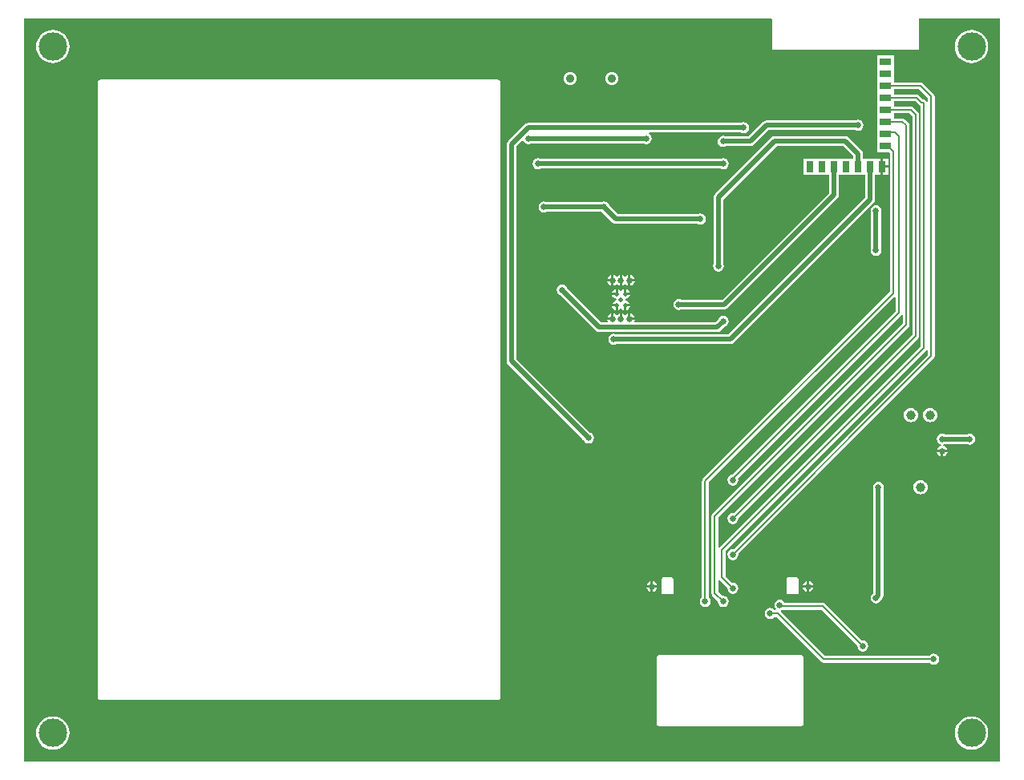
<source format=gbl>
G04*
G04 #@! TF.GenerationSoftware,Altium Limited,Altium Designer,19.1.9 (167)*
G04*
G04 Layer_Physical_Order=2*
G04 Layer_Color=16711680*
%FSLAX25Y25*%
%MOIN*%
G70*
G01*
G75*
%ADD26C,0.03900*%
%ADD69C,0.02000*%
%ADD71C,0.00748*%
%ADD73R,0.04724X0.03150*%
%ADD74R,0.03150X0.04724*%
%ADD75C,0.03543*%
%ADD76C,0.11811*%
%ADD77C,0.02500*%
%ADD78C,0.01968*%
G36*
X405512D02*
X0D01*
Y309055D01*
X310639D01*
X310992Y308701D01*
X310937Y296075D01*
X371992D01*
Y309055D01*
X405512D01*
Y0D01*
D02*
G37*
%LPC*%
G36*
X393701Y304183D02*
X392347Y304050D01*
X391045Y303655D01*
X389846Y303014D01*
X388794Y302151D01*
X387931Y301099D01*
X387290Y299900D01*
X386895Y298598D01*
X386762Y297244D01*
X386895Y295890D01*
X387290Y294589D01*
X387931Y293389D01*
X388794Y292337D01*
X389846Y291475D01*
X391045Y290833D01*
X392347Y290439D01*
X393701Y290305D01*
X395055Y290439D01*
X396356Y290833D01*
X397556Y291475D01*
X398607Y292337D01*
X399470Y293389D01*
X400111Y294589D01*
X400506Y295890D01*
X400640Y297244D01*
X400506Y298598D01*
X400111Y299900D01*
X399470Y301099D01*
X398607Y302151D01*
X397556Y303014D01*
X396356Y303655D01*
X395055Y304050D01*
X393701Y304183D01*
D02*
G37*
G36*
X11811D02*
X10457Y304050D01*
X9156Y303655D01*
X7956Y303014D01*
X6904Y302151D01*
X6041Y301099D01*
X5400Y299900D01*
X5005Y298598D01*
X4872Y297244D01*
X5005Y295890D01*
X5400Y294589D01*
X6041Y293389D01*
X6904Y292337D01*
X7956Y291475D01*
X9156Y290833D01*
X10457Y290439D01*
X11811Y290305D01*
X13165Y290439D01*
X14466Y290833D01*
X15666Y291475D01*
X16718Y292337D01*
X17581Y293389D01*
X18222Y294589D01*
X18617Y295890D01*
X18750Y297244D01*
X18617Y298598D01*
X18222Y299900D01*
X17581Y301099D01*
X16718Y302151D01*
X15666Y303014D01*
X14466Y303655D01*
X13165Y304050D01*
X11811Y304183D01*
D02*
G37*
G36*
X244161Y286764D02*
X243438Y286669D01*
X242764Y286389D01*
X242185Y285945D01*
X241740Y285366D01*
X241461Y284692D01*
X241366Y283968D01*
X241461Y283245D01*
X241740Y282571D01*
X242185Y281992D01*
X242764Y281547D01*
X243438Y281268D01*
X244161Y281173D01*
X244885Y281268D01*
X245559Y281547D01*
X246138Y281992D01*
X246583Y282571D01*
X246862Y283245D01*
X246957Y283968D01*
X246862Y284692D01*
X246583Y285366D01*
X246138Y285945D01*
X245559Y286389D01*
X244885Y286669D01*
X244161Y286764D01*
D02*
G37*
G36*
X226839D02*
X226115Y286669D01*
X225441Y286389D01*
X224862Y285945D01*
X224417Y285366D01*
X224138Y284692D01*
X224043Y283968D01*
X224138Y283245D01*
X224417Y282571D01*
X224862Y281992D01*
X225441Y281547D01*
X226115Y281268D01*
X226839Y281173D01*
X227562Y281268D01*
X228236Y281547D01*
X228815Y281992D01*
X229260Y282571D01*
X229539Y283245D01*
X229634Y283968D01*
X229539Y284692D01*
X229260Y285366D01*
X228815Y285945D01*
X228236Y286389D01*
X227562Y286669D01*
X226839Y286764D01*
D02*
G37*
G36*
X346500Y266794D02*
X345622Y266619D01*
X345502Y266539D01*
X308500D01*
X307720Y266384D01*
X307058Y265942D01*
X300970Y259854D01*
X291372D01*
X291252Y259934D01*
X290374Y260109D01*
X289496Y259934D01*
X288752Y259437D01*
X288255Y258693D01*
X288080Y257815D01*
X288255Y256937D01*
X288752Y256193D01*
X289496Y255696D01*
X290374Y255521D01*
X291252Y255696D01*
X291372Y255776D01*
X301815D01*
X302595Y255931D01*
X303257Y256373D01*
X309345Y262461D01*
X345502D01*
X345622Y262381D01*
X346500Y262206D01*
X347378Y262381D01*
X348122Y262878D01*
X348620Y263622D01*
X348794Y264500D01*
X348620Y265378D01*
X348122Y266122D01*
X347378Y266619D01*
X346500Y266794D01*
D02*
G37*
G36*
X299000Y265794D02*
X298122Y265619D01*
X298002Y265539D01*
X209404D01*
X208624Y265384D01*
X207962Y264942D01*
X201058Y258038D01*
X200616Y257377D01*
X200461Y256596D01*
Y166500D01*
X200616Y165720D01*
X201058Y165058D01*
X232352Y133764D01*
X232381Y133622D01*
X232878Y132878D01*
X233622Y132380D01*
X234500Y132206D01*
X235378Y132380D01*
X236122Y132878D01*
X236619Y133622D01*
X236794Y134500D01*
X236619Y135378D01*
X236122Y136122D01*
X235378Y136619D01*
X235236Y136648D01*
X204539Y167345D01*
Y255751D01*
X206910Y258122D01*
X207475Y257980D01*
X207878Y257378D01*
X208622Y256880D01*
X209500Y256706D01*
X210378Y256880D01*
X210498Y256961D01*
X257502D01*
X257622Y256880D01*
X258500Y256706D01*
X259378Y256880D01*
X260122Y257378D01*
X260619Y258122D01*
X260794Y259000D01*
X260619Y259878D01*
X260122Y260622D01*
X259615Y260961D01*
X259767Y261461D01*
X298002D01*
X298122Y261381D01*
X299000Y261206D01*
X299878Y261381D01*
X300622Y261878D01*
X301119Y262622D01*
X301294Y263500D01*
X301119Y264378D01*
X300622Y265122D01*
X299878Y265619D01*
X299000Y265794D01*
D02*
G37*
G36*
X290500Y250794D02*
X289622Y250620D01*
X289502Y250539D01*
X214498D01*
X214378Y250620D01*
X213500Y250794D01*
X212622Y250620D01*
X211878Y250122D01*
X211381Y249378D01*
X211206Y248500D01*
X211381Y247622D01*
X211878Y246878D01*
X212622Y246380D01*
X213500Y246206D01*
X214378Y246380D01*
X214498Y246461D01*
X289502D01*
X289622Y246380D01*
X290500Y246206D01*
X291378Y246380D01*
X292122Y246878D01*
X292619Y247622D01*
X292794Y248500D01*
X292619Y249378D01*
X292122Y250122D01*
X291378Y250620D01*
X290500Y250794D01*
D02*
G37*
G36*
X359039Y250681D02*
X356964D01*
Y247819D01*
X359039D01*
Y250681D01*
D02*
G37*
G36*
Y246819D02*
X356964D01*
Y243957D01*
X359039D01*
Y246819D01*
D02*
G37*
G36*
X241000Y232794D02*
X240122Y232620D01*
X240002Y232539D01*
X216998D01*
X216878Y232620D01*
X216000Y232794D01*
X215122Y232620D01*
X214378Y232122D01*
X213880Y231378D01*
X213706Y230500D01*
X213880Y229622D01*
X214378Y228878D01*
X215122Y228380D01*
X216000Y228206D01*
X216878Y228380D01*
X216998Y228461D01*
X240002D01*
X240122Y228380D01*
X240264Y228352D01*
X244558Y224058D01*
X245220Y223616D01*
X246000Y223461D01*
X280002D01*
X280122Y223380D01*
X281000Y223206D01*
X281878Y223380D01*
X282622Y223878D01*
X283120Y224622D01*
X283294Y225500D01*
X283120Y226378D01*
X282622Y227122D01*
X281878Y227620D01*
X281000Y227794D01*
X280122Y227620D01*
X280002Y227539D01*
X246845D01*
X243148Y231236D01*
X243120Y231378D01*
X242622Y232122D01*
X241878Y232620D01*
X241000Y232794D01*
D02*
G37*
G36*
X354000Y231294D02*
X353122Y231119D01*
X352378Y230622D01*
X351881Y229878D01*
X351706Y229000D01*
X351881Y228122D01*
X351961Y228002D01*
Y213498D01*
X351881Y213378D01*
X351706Y212500D01*
X351881Y211622D01*
X352378Y210878D01*
X353122Y210381D01*
X354000Y210206D01*
X354878Y210381D01*
X355622Y210878D01*
X356119Y211622D01*
X356294Y212500D01*
X356119Y213378D01*
X356039Y213498D01*
Y228002D01*
X356119Y228122D01*
X356294Y229000D01*
X356119Y229878D01*
X355622Y230622D01*
X354878Y231119D01*
X354000Y231294D01*
D02*
G37*
G36*
X251000Y202195D02*
X250622Y202119D01*
X249878Y201622D01*
X249622D01*
X248878Y202119D01*
X248500Y202195D01*
Y200000D01*
Y197805D01*
X248878Y197880D01*
X249622Y198378D01*
X249878D01*
X250622Y197880D01*
X251000Y197805D01*
Y200000D01*
Y202195D01*
D02*
G37*
G36*
X247500D02*
X247122Y202119D01*
X246378Y201622D01*
X246122D01*
X245378Y202119D01*
X245000Y202195D01*
Y200000D01*
Y197805D01*
X245378Y197880D01*
X246122Y198378D01*
X246378D01*
X247122Y197880D01*
X247500Y197805D01*
Y200000D01*
Y202195D01*
D02*
G37*
G36*
X252000D02*
Y200500D01*
X253695D01*
X253620Y200878D01*
X253122Y201622D01*
X252378Y202119D01*
X252000Y202195D01*
D02*
G37*
G36*
X244000D02*
X243622Y202119D01*
X242878Y201622D01*
X242380Y200878D01*
X242305Y200500D01*
X244000D01*
Y202195D01*
D02*
G37*
G36*
X253695Y199500D02*
X252000D01*
Y197805D01*
X252378Y197880D01*
X253122Y198378D01*
X253620Y199122D01*
X253695Y199500D01*
D02*
G37*
G36*
X244000D02*
X242305D01*
X242380Y199122D01*
X242878Y198378D01*
X243622Y197880D01*
X244000Y197805D01*
Y199500D01*
D02*
G37*
G36*
X249272Y196286D02*
X248997Y196231D01*
X248341Y195793D01*
X248250Y195656D01*
X247750D01*
X247659Y195793D01*
X247003Y196231D01*
X246728Y196286D01*
Y194362D01*
X246228D01*
Y193862D01*
X244305D01*
X244359Y193588D01*
X244798Y192932D01*
X245454Y192493D01*
X246051Y192374D01*
X245977Y192000D01*
X246051Y191626D01*
X245454Y191507D01*
X244798Y191068D01*
X244359Y190412D01*
X244305Y190138D01*
X246228D01*
Y189638D01*
X246728D01*
Y187714D01*
X247003Y187769D01*
X247659Y188207D01*
X247750Y188344D01*
X248250D01*
X248341Y188207D01*
X248997Y187769D01*
X249272Y187714D01*
Y189638D01*
X249772D01*
Y190138D01*
X251695D01*
X251641Y190412D01*
X251202Y191068D01*
X250546Y191507D01*
X249949Y191626D01*
X250023Y192000D01*
X249949Y192374D01*
X250546Y192493D01*
X251202Y192932D01*
X251641Y193588D01*
X251695Y193862D01*
X249772D01*
Y194362D01*
X249272D01*
Y196286D01*
D02*
G37*
G36*
X250272D02*
Y194862D01*
X251695D01*
X251641Y195136D01*
X251202Y195793D01*
X250546Y196231D01*
X250272Y196286D01*
D02*
G37*
G36*
X245728D02*
X245454Y196231D01*
X244798Y195793D01*
X244359Y195136D01*
X244305Y194862D01*
X245728D01*
Y196286D01*
D02*
G37*
G36*
X251695Y189138D02*
X250272D01*
Y187714D01*
X250546Y187769D01*
X251202Y188207D01*
X251641Y188864D01*
X251695Y189138D01*
D02*
G37*
G36*
X245728D02*
X244305D01*
X244359Y188864D01*
X244798Y188207D01*
X245454Y187769D01*
X245728Y187714D01*
Y189138D01*
D02*
G37*
G36*
X252000Y186195D02*
Y184500D01*
X253695D01*
X253620Y184878D01*
X253122Y185622D01*
X252378Y186119D01*
X252000Y186195D01*
D02*
G37*
G36*
X244000D02*
X243622Y186119D01*
X242878Y185622D01*
X242380Y184878D01*
X242305Y184500D01*
X244000D01*
Y186195D01*
D02*
G37*
G36*
X223500Y198294D02*
X222622Y198119D01*
X221878Y197622D01*
X221380Y196878D01*
X221206Y196000D01*
X221380Y195122D01*
X221878Y194378D01*
X222622Y193880D01*
X222764Y193852D01*
X237558Y179058D01*
X238220Y178616D01*
X239000Y178461D01*
X288000D01*
X288780Y178616D01*
X289442Y179058D01*
X291236Y180852D01*
X291378Y180880D01*
X292122Y181378D01*
X292619Y182122D01*
X292794Y183000D01*
X292619Y183878D01*
X292122Y184622D01*
X291378Y185119D01*
X290500Y185294D01*
X289622Y185119D01*
X288878Y184622D01*
X288381Y183878D01*
X288352Y183736D01*
X287155Y182539D01*
X253760D01*
X253525Y182980D01*
X253620Y183122D01*
X253695Y183500D01*
X251500D01*
Y184000D01*
X251000D01*
Y186195D01*
X250622Y186119D01*
X249878Y185622D01*
X249622D01*
X248878Y186119D01*
X248500Y186195D01*
Y184000D01*
X247500D01*
Y186195D01*
X247122Y186119D01*
X246378Y185622D01*
X246122D01*
X245378Y186119D01*
X245000Y186195D01*
Y184000D01*
X244500D01*
Y183500D01*
X242305D01*
X242380Y183122D01*
X242475Y182980D01*
X242240Y182539D01*
X239845D01*
X225648Y196736D01*
X225620Y196878D01*
X225122Y197622D01*
X224378Y198119D01*
X223500Y198294D01*
D02*
G37*
G36*
X341236Y260039D02*
X312000D01*
X311220Y259884D01*
X310558Y259442D01*
X287058Y235942D01*
X286616Y235280D01*
X286461Y234500D01*
Y206998D01*
X286381Y206878D01*
X286206Y206000D01*
X286381Y205122D01*
X286878Y204378D01*
X287622Y203881D01*
X288500Y203706D01*
X289378Y203881D01*
X290122Y204378D01*
X290619Y205122D01*
X290794Y206000D01*
X290619Y206878D01*
X290539Y206998D01*
Y233655D01*
X312845Y255961D01*
X340391D01*
X344516Y251836D01*
Y250681D01*
X323890D01*
Y243957D01*
X334516D01*
Y236400D01*
X290155Y192039D01*
X272998D01*
X272878Y192120D01*
X272000Y192294D01*
X271122Y192120D01*
X270378Y191622D01*
X269881Y190878D01*
X269706Y190000D01*
X269881Y189122D01*
X270378Y188378D01*
X271122Y187881D01*
X272000Y187706D01*
X272878Y187881D01*
X272998Y187961D01*
X291000D01*
X291780Y188116D01*
X292442Y188558D01*
X337997Y234113D01*
X338439Y234775D01*
X338594Y235555D01*
Y243957D01*
X349516D01*
Y234400D01*
X292655Y177539D01*
X245998D01*
X245878Y177620D01*
X245000Y177794D01*
X244122Y177620D01*
X243378Y177122D01*
X242881Y176378D01*
X242706Y175500D01*
X242881Y174622D01*
X243378Y173878D01*
X244122Y173380D01*
X245000Y173206D01*
X245878Y173380D01*
X245998Y173461D01*
X293500D01*
X294280Y173616D01*
X294942Y174058D01*
X352997Y232113D01*
X353439Y232775D01*
X353594Y233555D01*
Y243957D01*
X355964D01*
Y247319D01*
Y250681D01*
X348594D01*
Y252681D01*
X348439Y253462D01*
X347997Y254123D01*
X342678Y259442D01*
X342017Y259884D01*
X341236Y260039D01*
D02*
G37*
G36*
X376500Y146976D02*
X375730Y146874D01*
X375012Y146577D01*
X374396Y146104D01*
X373923Y145488D01*
X373626Y144770D01*
X373524Y144000D01*
X373626Y143230D01*
X373923Y142512D01*
X374396Y141896D01*
X375012Y141423D01*
X375730Y141126D01*
X376500Y141024D01*
X377270Y141126D01*
X377988Y141423D01*
X378604Y141896D01*
X379077Y142512D01*
X379374Y143230D01*
X379475Y144000D01*
X379374Y144770D01*
X379077Y145488D01*
X378604Y146104D01*
X377988Y146577D01*
X377270Y146874D01*
X376500Y146976D01*
D02*
G37*
G36*
X368500D02*
X367730Y146874D01*
X367012Y146577D01*
X366396Y146104D01*
X365923Y145488D01*
X365626Y144770D01*
X365525Y144000D01*
X365626Y143230D01*
X365923Y142512D01*
X366396Y141896D01*
X367012Y141423D01*
X367730Y141126D01*
X368500Y141024D01*
X369270Y141126D01*
X369988Y141423D01*
X370604Y141896D01*
X371077Y142512D01*
X371374Y143230D01*
X371476Y144000D01*
X371374Y144770D01*
X371077Y145488D01*
X370604Y146104D01*
X369988Y146577D01*
X369270Y146874D01*
X368500Y146976D01*
D02*
G37*
G36*
X393000Y136294D02*
X392122Y136119D01*
X392002Y136039D01*
X382498D01*
X382378Y136119D01*
X381500Y136294D01*
X380622Y136119D01*
X379878Y135622D01*
X379380Y134878D01*
X379206Y134000D01*
X379380Y133122D01*
X379878Y132378D01*
X380622Y131880D01*
X381254Y131755D01*
Y131245D01*
X380622Y131120D01*
X379878Y130622D01*
X379380Y129878D01*
X379305Y129500D01*
X383695D01*
X383619Y129878D01*
X383122Y130622D01*
X382378Y131120D01*
X381746Y131245D01*
Y131755D01*
X382378Y131880D01*
X382498Y131961D01*
X392002D01*
X392122Y131880D01*
X393000Y131706D01*
X393878Y131880D01*
X394622Y132378D01*
X395120Y133122D01*
X395294Y134000D01*
X395120Y134878D01*
X394622Y135622D01*
X393878Y136119D01*
X393000Y136294D01*
D02*
G37*
G36*
X383695Y128500D02*
X382000D01*
Y126805D01*
X382378Y126881D01*
X383122Y127378D01*
X383619Y128122D01*
X383695Y128500D01*
D02*
G37*
G36*
X381000D02*
X379305D01*
X379380Y128122D01*
X379878Y127378D01*
X380622Y126881D01*
X381000Y126805D01*
Y128500D01*
D02*
G37*
G36*
X372500Y116975D02*
X371730Y116874D01*
X371012Y116577D01*
X370396Y116104D01*
X369923Y115488D01*
X369626Y114770D01*
X369525Y114000D01*
X369626Y113230D01*
X369923Y112512D01*
X370396Y111896D01*
X371012Y111423D01*
X371730Y111126D01*
X372500Y111024D01*
X373270Y111126D01*
X373988Y111423D01*
X374604Y111896D01*
X375077Y112512D01*
X375374Y113230D01*
X375476Y114000D01*
X375374Y114770D01*
X375077Y115488D01*
X374604Y116104D01*
X373988Y116577D01*
X373270Y116874D01*
X372500Y116975D01*
D02*
G37*
G36*
X361362Y293575D02*
X354638D01*
Y288425D01*
Y283425D01*
Y278425D01*
Y273425D01*
Y268425D01*
Y263425D01*
Y258425D01*
Y253425D01*
X359381D01*
X359760Y253046D01*
Y195242D01*
X282009Y117491D01*
X281706Y117036D01*
X281599Y116500D01*
Y68270D01*
X281378Y68122D01*
X280880Y67378D01*
X280706Y66500D01*
X280880Y65622D01*
X281378Y64878D01*
X282122Y64381D01*
X283000Y64206D01*
X283878Y64381D01*
X284622Y64878D01*
X285120Y65622D01*
X285294Y66500D01*
X285120Y67378D01*
X284622Y68122D01*
X284401Y68270D01*
Y115920D01*
X361637Y193156D01*
X362099Y192965D01*
Y187080D01*
X294266Y119248D01*
X293622Y119120D01*
X292878Y118622D01*
X292380Y117878D01*
X292206Y117000D01*
X292380Y116122D01*
X292878Y115378D01*
X293622Y114881D01*
X294500Y114706D01*
X295378Y114881D01*
X296122Y115378D01*
X296620Y116122D01*
X296794Y117000D01*
X296659Y117678D01*
X364491Y185509D01*
X364491Y185509D01*
X364599Y185672D01*
X365099Y185520D01*
Y182080D01*
X286009Y102991D01*
X285706Y102536D01*
X285599Y102000D01*
Y70000D01*
X285706Y69464D01*
X286009Y69009D01*
X288258Y66761D01*
X288206Y66500D01*
X288381Y65622D01*
X288878Y64878D01*
X289622Y64381D01*
X290500Y64206D01*
X291378Y64381D01*
X292122Y64878D01*
X292619Y65622D01*
X292794Y66500D01*
X292619Y67378D01*
X292122Y68122D01*
X291378Y68619D01*
X290500Y68794D01*
X290239Y68742D01*
X288401Y70580D01*
Y75520D01*
X288901Y75672D01*
X289009Y75509D01*
X292258Y72261D01*
X292206Y72000D01*
X292380Y71122D01*
X292878Y70378D01*
X293622Y69881D01*
X294500Y69706D01*
X295378Y69881D01*
X296122Y70378D01*
X296620Y71122D01*
X296794Y72000D01*
X296620Y72878D01*
X296122Y73622D01*
X295378Y74119D01*
X294500Y74294D01*
X294239Y74242D01*
X291401Y77080D01*
Y87420D01*
X374991Y171009D01*
X375099Y171172D01*
X375599Y171020D01*
Y169080D01*
X294761Y88242D01*
X294500Y88294D01*
X293622Y88119D01*
X292878Y87622D01*
X292380Y86878D01*
X292206Y86000D01*
X292380Y85122D01*
X292878Y84378D01*
X293622Y83881D01*
X294500Y83706D01*
X295378Y83881D01*
X296122Y84378D01*
X296620Y85122D01*
X296794Y86000D01*
X296742Y86261D01*
X377991Y167509D01*
X378294Y167964D01*
X378401Y168500D01*
Y276500D01*
X378294Y277036D01*
X377991Y277491D01*
X373491Y281991D01*
X373036Y282294D01*
X372500Y282401D01*
X361362D01*
Y288425D01*
Y293575D01*
D02*
G37*
G36*
X326287Y74937D02*
Y73242D01*
X327982D01*
X327907Y73620D01*
X327410Y74364D01*
X326665Y74862D01*
X326287Y74937D01*
D02*
G37*
G36*
X325287D02*
X324909Y74862D01*
X324165Y74364D01*
X323668Y73620D01*
X323593Y73242D01*
X325287D01*
Y74937D01*
D02*
G37*
G36*
X261327D02*
Y73242D01*
X263021D01*
X262946Y73620D01*
X262449Y74364D01*
X261705Y74862D01*
X261327Y74937D01*
D02*
G37*
G36*
X260327D02*
X259949Y74862D01*
X259205Y74364D01*
X258707Y73620D01*
X258632Y73242D01*
X260327D01*
Y74937D01*
D02*
G37*
G36*
X327982Y72242D02*
X326287D01*
Y70547D01*
X326665Y70623D01*
X327410Y71120D01*
X327907Y71864D01*
X327982Y72242D01*
D02*
G37*
G36*
X325287D02*
X323593D01*
X323668Y71864D01*
X324165Y71120D01*
X324909Y70623D01*
X325287Y70547D01*
Y72242D01*
D02*
G37*
G36*
X263021D02*
X261327D01*
Y70547D01*
X261705Y70623D01*
X262449Y71120D01*
X262946Y71864D01*
X263021Y72242D01*
D02*
G37*
G36*
X260327D02*
X258632D01*
X258707Y71864D01*
X259205Y71120D01*
X259949Y70623D01*
X260327Y70547D01*
Y72242D01*
D02*
G37*
G36*
X320866Y76620D02*
X317717D01*
X317326Y76542D01*
X316996Y76321D01*
X316775Y75991D01*
X316697Y75600D01*
Y70482D01*
X316775Y70092D01*
X316996Y69761D01*
X317326Y69540D01*
X317717Y69463D01*
X320866D01*
X321256Y69540D01*
X321587Y69761D01*
X321808Y70092D01*
X321886Y70482D01*
Y75600D01*
X321808Y75991D01*
X321587Y76321D01*
X321256Y76542D01*
X320866Y76620D01*
D02*
G37*
G36*
X268898D02*
X265748D01*
X265358Y76542D01*
X265027Y76321D01*
X264806Y75991D01*
X264728Y75600D01*
Y70482D01*
X264806Y70092D01*
X265027Y69761D01*
X265358Y69540D01*
X265748Y69463D01*
X268898D01*
X269288Y69540D01*
X269619Y69761D01*
X269840Y70092D01*
X269917Y70482D01*
Y75600D01*
X269840Y75991D01*
X269619Y76321D01*
X269288Y76542D01*
X268898Y76620D01*
D02*
G37*
G36*
X355000Y116294D02*
X354122Y116120D01*
X353378Y115622D01*
X352881Y114878D01*
X352706Y114000D01*
X352881Y113122D01*
X352961Y113002D01*
Y70012D01*
X352378Y69622D01*
X351881Y68878D01*
X351706Y68000D01*
X351881Y67122D01*
X352378Y66378D01*
X353122Y65881D01*
X354000Y65706D01*
X354878Y65881D01*
X355622Y66378D01*
X356119Y67122D01*
X356148Y67264D01*
X356442Y67558D01*
X356884Y68220D01*
X357039Y69000D01*
Y113002D01*
X357119Y113122D01*
X357294Y114000D01*
X357119Y114878D01*
X356622Y115622D01*
X355878Y116120D01*
X355000Y116294D01*
D02*
G37*
G36*
X314000Y67294D02*
X313122Y67119D01*
X312378Y66622D01*
X311880Y65878D01*
X311706Y65000D01*
X311880Y64122D01*
X312362Y63401D01*
X312316Y63174D01*
X312238Y62916D01*
X311769Y62903D01*
X311622Y63122D01*
X310878Y63619D01*
X310000Y63794D01*
X309122Y63619D01*
X308378Y63122D01*
X307880Y62378D01*
X307706Y61500D01*
X307880Y60622D01*
X308378Y59878D01*
X309122Y59381D01*
X310000Y59206D01*
X310878Y59381D01*
X311622Y59878D01*
X311770Y60099D01*
X312591D01*
X331180Y41509D01*
X331635Y41206D01*
X332171Y41099D01*
X332171Y41099D01*
X376230D01*
X376378Y40878D01*
X377122Y40380D01*
X378000Y40206D01*
X378878Y40380D01*
X379622Y40878D01*
X380119Y41622D01*
X380294Y42500D01*
X380119Y43378D01*
X379622Y44122D01*
X378878Y44620D01*
X378000Y44794D01*
X377122Y44620D01*
X376378Y44122D01*
X376230Y43901D01*
X332751D01*
X314380Y62272D01*
X314545Y62814D01*
X314878Y62881D01*
X315273Y63144D01*
X315500Y63099D01*
X315500Y63099D01*
X331420D01*
X346258Y48261D01*
X346206Y48000D01*
X346380Y47122D01*
X346878Y46378D01*
X347622Y45880D01*
X348500Y45706D01*
X349378Y45880D01*
X350122Y46378D01*
X350620Y47122D01*
X350794Y48000D01*
X350620Y48878D01*
X350122Y49622D01*
X349378Y50120D01*
X348500Y50294D01*
X348239Y50242D01*
X332991Y65491D01*
X332536Y65794D01*
X332000Y65901D01*
X316104D01*
X315622Y66622D01*
X314878Y67119D01*
X314000Y67294D01*
D02*
G37*
G36*
X196850Y283500D02*
X31496D01*
X31106Y283422D01*
X30775Y283201D01*
X30554Y282871D01*
X30476Y282480D01*
Y26575D01*
X30554Y26185D01*
X30775Y25854D01*
X31106Y25633D01*
X31496Y25555D01*
X196850D01*
X197241Y25633D01*
X197571Y25854D01*
X197792Y26185D01*
X197870Y26575D01*
Y282480D01*
X197792Y282871D01*
X197571Y283201D01*
X197241Y283422D01*
X196850Y283500D01*
D02*
G37*
G36*
X322835Y44327D02*
X263779D01*
X263389Y44249D01*
X263059Y44028D01*
X262838Y43697D01*
X262760Y43307D01*
Y15748D01*
X262838Y15358D01*
X263059Y15027D01*
X263389Y14806D01*
X263779Y14728D01*
X322835D01*
X323225Y14806D01*
X323556Y15027D01*
X323777Y15358D01*
X323854Y15748D01*
Y43307D01*
X323777Y43697D01*
X323556Y44028D01*
X323225Y44249D01*
X322835Y44327D01*
D02*
G37*
G36*
X393701Y18750D02*
X392347Y18617D01*
X391045Y18222D01*
X389846Y17581D01*
X388794Y16718D01*
X387931Y15666D01*
X387290Y14466D01*
X386895Y13165D01*
X386762Y11811D01*
X386895Y10457D01*
X387290Y9156D01*
X387931Y7956D01*
X388794Y6904D01*
X389846Y6041D01*
X391045Y5400D01*
X392347Y5005D01*
X393701Y4872D01*
X395055Y5005D01*
X396356Y5400D01*
X397556Y6041D01*
X398607Y6904D01*
X399470Y7956D01*
X400111Y9156D01*
X400506Y10457D01*
X400640Y11811D01*
X400506Y13165D01*
X400111Y14466D01*
X399470Y15666D01*
X398607Y16718D01*
X397556Y17581D01*
X396356Y18222D01*
X395055Y18617D01*
X393701Y18750D01*
D02*
G37*
G36*
X11811D02*
X10457Y18617D01*
X9156Y18222D01*
X7956Y17581D01*
X6904Y16718D01*
X6041Y15666D01*
X5400Y14466D01*
X5005Y13165D01*
X4872Y11811D01*
X5005Y10457D01*
X5400Y9156D01*
X6041Y7956D01*
X6904Y6904D01*
X7956Y6041D01*
X9156Y5400D01*
X10457Y5005D01*
X11811Y4872D01*
X13165Y5005D01*
X14466Y5400D01*
X15666Y6041D01*
X16718Y6904D01*
X17581Y7956D01*
X18222Y9156D01*
X18617Y10457D01*
X18750Y11811D01*
X18617Y13165D01*
X18222Y14466D01*
X17581Y15666D01*
X16718Y16718D01*
X15666Y17581D01*
X14466Y18222D01*
X13165Y18617D01*
X11811Y18750D01*
D02*
G37*
%LPD*%
G36*
X375599Y275920D02*
Y274542D01*
X375501Y274482D01*
X375099Y274390D01*
X374991Y274552D01*
X374991Y274552D01*
X374552Y274991D01*
X374098Y275294D01*
X373585Y275396D01*
X371991Y276991D01*
X371536Y277294D01*
X371000Y277401D01*
X361362D01*
Y279599D01*
X371920D01*
X375599Y275920D01*
D02*
G37*
G36*
X372009Y273009D02*
X372464Y272706D01*
X372599Y272679D01*
Y172580D01*
X289009Y88991D01*
X288901Y88828D01*
X288401Y88980D01*
Y101420D01*
X367491Y180509D01*
X367794Y180964D01*
X367901Y181500D01*
X367901Y181500D01*
Y264500D01*
X367794Y265036D01*
X367491Y265491D01*
X365991Y266991D01*
X365536Y267294D01*
X365000Y267401D01*
X361362D01*
Y269599D01*
X367920D01*
X369099Y268420D01*
Y177580D01*
X294761Y103242D01*
X294500Y103294D01*
X293622Y103120D01*
X292878Y102622D01*
X292380Y101878D01*
X292206Y101000D01*
X292380Y100122D01*
X292878Y99378D01*
X293622Y98881D01*
X294500Y98706D01*
X295378Y98881D01*
X296122Y99378D01*
X296620Y100122D01*
X296794Y101000D01*
X296742Y101261D01*
X371491Y176009D01*
X371794Y176464D01*
X371901Y177000D01*
Y269000D01*
X371901Y269000D01*
X371794Y269536D01*
X371491Y269991D01*
X369491Y271991D01*
X369036Y272294D01*
X368500Y272401D01*
X361362D01*
Y274599D01*
X370420D01*
X372009Y273009D01*
D02*
G37*
D26*
X372500Y114000D02*
D03*
X376500Y144000D02*
D03*
X368500D02*
D03*
D69*
X239000Y180500D02*
X288000D01*
X223500Y196000D02*
X239000Y180500D01*
X288000D02*
X290500Y183000D01*
X293500Y175500D02*
X351555Y233555D01*
Y247319D01*
X245000Y175500D02*
X293500D01*
X290374Y257815D02*
X301815D01*
X308500Y264500D01*
X354000Y212500D02*
Y229000D01*
Y68000D02*
X355000Y69000D01*
Y114000D01*
X241000Y230500D02*
X246000Y225500D01*
X281000D01*
X202500Y256596D02*
X209404Y263500D01*
X202500Y166500D02*
Y256596D01*
Y166500D02*
X234500Y134500D01*
X213500Y248500D02*
X290500D01*
X209404Y263500D02*
X299000D01*
X308500Y264500D02*
X346500D01*
X209500Y259000D02*
X258500D01*
X288500Y234500D02*
X312000Y258000D01*
X288500Y206000D02*
Y234500D01*
X312000Y258000D02*
X341236D01*
X272000Y190000D02*
X291000D01*
X336555Y235555D02*
Y247319D01*
X291000Y190000D02*
X336555Y235555D01*
X341236Y258000D02*
X346555Y252681D01*
Y247319D02*
Y252681D01*
X381500Y134000D02*
X393000D01*
X216000Y230500D02*
X241000D01*
D71*
X351500Y247264D02*
X351555Y247319D01*
X283000Y116500D02*
X361161Y194661D01*
Y253626D01*
X358787Y256000D02*
X361161Y253626D01*
X358000Y256000D02*
X358787D01*
X315335Y64665D02*
X315500Y64500D01*
X314335Y64665D02*
X315335D01*
X314000Y65000D02*
X314335Y64665D01*
X315500Y64500D02*
X332000D01*
X348500Y48000D01*
X310000Y61500D02*
X313171D01*
X332171Y42500D01*
X378000D01*
X290000Y76500D02*
X294500Y72000D01*
X290000Y76500D02*
Y88000D01*
X287000Y70000D02*
X290500Y66500D01*
X287000Y70000D02*
Y102000D01*
X283000Y66500D02*
Y116500D01*
X287000Y102000D02*
X366500Y181500D01*
X290000Y88000D02*
X374000Y172000D01*
X294500Y117000D02*
Y117500D01*
X363500Y186500D01*
X358500Y261500D02*
X362000D01*
X358000Y261000D02*
X358500Y261500D01*
X362000D02*
X363500Y260000D01*
Y186500D02*
Y260000D01*
X358000Y266000D02*
X365000D01*
X358000Y266000D02*
X358000Y266000D01*
X365000D02*
X366500Y264500D01*
Y181500D02*
Y264500D01*
X368500Y271000D02*
X370500Y269000D01*
X358000Y271000D02*
X368500D01*
X370500Y177000D02*
Y269000D01*
X294500Y101000D02*
X370500Y177000D01*
X358000Y276000D02*
X371000D01*
X373000Y274000D01*
X373562D01*
X374000Y273562D01*
Y172000D02*
Y273562D01*
X372500Y281000D02*
X377000Y276500D01*
X358000Y281000D02*
X372500D01*
X377000Y168500D02*
Y276500D01*
X294500Y86000D02*
X377000Y168500D01*
D73*
X358000Y291000D02*
D03*
Y286000D02*
D03*
Y281000D02*
D03*
Y276000D02*
D03*
Y271000D02*
D03*
Y266000D02*
D03*
Y261000D02*
D03*
Y256000D02*
D03*
D74*
X356465Y247319D02*
D03*
X351555D02*
D03*
X346555D02*
D03*
X341555D02*
D03*
X336555D02*
D03*
X331555D02*
D03*
X326465D02*
D03*
D75*
X226839Y283968D02*
D03*
X244161D02*
D03*
D76*
X393701Y11811D02*
D03*
Y297244D02*
D03*
X11811Y11811D02*
D03*
Y297244D02*
D03*
D77*
X325787Y72742D02*
D03*
X260827D02*
D03*
X381500Y129000D02*
D03*
X290500Y183000D02*
D03*
X251500Y200000D02*
D03*
X248000D02*
D03*
X244500D02*
D03*
X251500Y184000D02*
D03*
X248000D02*
D03*
X244500D02*
D03*
X223500Y196000D02*
D03*
X290374Y257815D02*
D03*
X354000Y212500D02*
D03*
X355000Y114000D02*
D03*
X354000Y68000D02*
D03*
X281000Y225500D02*
D03*
X213500Y248500D02*
D03*
X299000Y263500D02*
D03*
X234500Y134500D02*
D03*
X346500Y264500D02*
D03*
X258500Y259000D02*
D03*
X209500D02*
D03*
X290500Y248500D02*
D03*
X272000Y190000D02*
D03*
X381500Y134000D02*
D03*
X393000D02*
D03*
X288500Y206000D02*
D03*
X354000Y229000D02*
D03*
X245000Y175500D02*
D03*
X314000Y65000D02*
D03*
X348500Y48000D02*
D03*
X310000Y61500D02*
D03*
X378000Y42500D02*
D03*
X216000Y230500D02*
D03*
X241000D02*
D03*
X294500Y72000D02*
D03*
X290500Y66500D02*
D03*
X283000D02*
D03*
X294500Y117000D02*
D03*
Y101000D02*
D03*
Y86000D02*
D03*
D78*
X248000Y192000D02*
D03*
X249772Y194362D02*
D03*
Y189638D02*
D03*
X246228D02*
D03*
Y194362D02*
D03*
M02*

</source>
